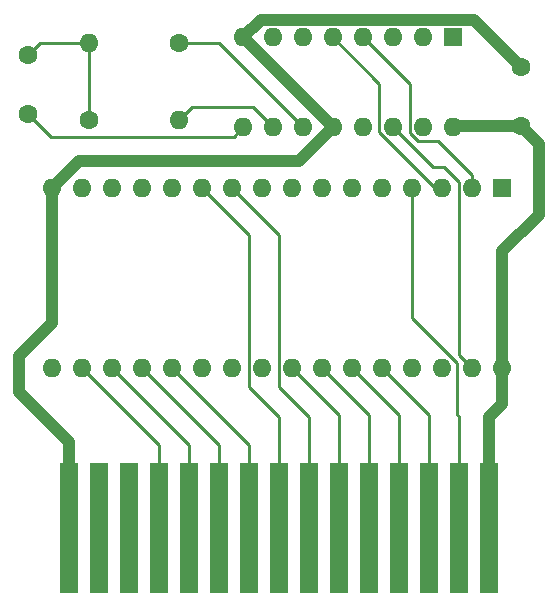
<source format=gbr>
%TF.GenerationSoftware,KiCad,Pcbnew,8.0.6*%
%TF.CreationDate,2025-01-07T17:27:52+02:00*%
%TF.ProjectId,SVI-328-MegaROM,5356492d-3332-4382-9d4d-656761524f4d,1.0*%
%TF.SameCoordinates,Original*%
%TF.FileFunction,Copper,L1,Top*%
%TF.FilePolarity,Positive*%
%FSLAX46Y46*%
G04 Gerber Fmt 4.6, Leading zero omitted, Abs format (unit mm)*
G04 Created by KiCad (PCBNEW 8.0.6) date 2025-01-07 17:27:52*
%MOMM*%
%LPD*%
G01*
G04 APERTURE LIST*
%TA.AperFunction,ComponentPad*%
%ADD10O,1.600000X1.600000*%
%TD*%
%TA.AperFunction,ComponentPad*%
%ADD11C,1.600000*%
%TD*%
%TA.AperFunction,ComponentPad*%
%ADD12R,1.600000X1.600000*%
%TD*%
%TA.AperFunction,ConnectorPad*%
%ADD13R,1.500000X11.000000*%
%TD*%
%TA.AperFunction,Conductor*%
%ADD14C,1.000000*%
%TD*%
%TA.AperFunction,Conductor*%
%ADD15C,0.250000*%
%TD*%
G04 APERTURE END LIST*
D10*
%TO.P,R2,2*%
%TO.N,Net-(C2-Pad1)*%
X117880000Y-115000000D03*
D11*
%TO.P,R2,1*%
%TO.N,Net-(U2-~{\u03A61})*%
X125500000Y-115000000D03*
%TD*%
%TO.P,R1,1*%
%TO.N,Net-(C2-Pad1)*%
X117880000Y-121500000D03*
D10*
%TO.P,R1,2*%
%TO.N,Net-(U2-\u03A60)*%
X125500000Y-121500000D03*
%TD*%
D12*
%TO.P,U2,1,Q12*%
%TO.N,unconnected-(U2-Q12-Pad1)*%
X148740000Y-114500000D03*
D10*
%TO.P,U2,2,Q13*%
%TO.N,unconnected-(U2-Q13-Pad2)*%
X146200000Y-114500000D03*
%TO.P,U2,3,Q14*%
%TO.N,unconnected-(U2-Q14-Pad3)*%
X143660000Y-114500000D03*
%TO.P,U2,4,Q6*%
%TO.N,Net-(U1-A16)*%
X141120000Y-114500000D03*
%TO.P,U2,5,Q5*%
%TO.N,Net-(U1-A15)*%
X138580000Y-114500000D03*
%TO.P,U2,6,Q7*%
%TO.N,Net-(U1-A17)*%
X136040000Y-114500000D03*
%TO.P,U2,7,Q4*%
%TO.N,Net-(U1-A14)*%
X133500000Y-114500000D03*
%TO.P,U2,8,VSS*%
%TO.N,GND*%
X130960000Y-114500000D03*
%TO.P,U2,9,~{\u03A60}*%
%TO.N,Net-(U2-~{\u03A60})*%
X130960000Y-122120000D03*
%TO.P,U2,10,\u03A60*%
%TO.N,Net-(U2-\u03A60)*%
X133500000Y-122120000D03*
%TO.P,U2,11,~{\u03A61}*%
%TO.N,Net-(U2-~{\u03A61})*%
X136040000Y-122120000D03*
%TO.P,U2,12,CLR*%
%TO.N,GND*%
X138580000Y-122120000D03*
%TO.P,U2,13,Q9*%
%TO.N,Net-(U1-A19)*%
X141120000Y-122120000D03*
%TO.P,U2,14,Q8*%
%TO.N,Net-(U1-A18)*%
X143660000Y-122120000D03*
%TO.P,U2,15,Q10*%
%TO.N,unconnected-(U2-Q10-Pad15)*%
X146200000Y-122120000D03*
%TO.P,U2,16,VDD*%
%TO.N,VCC*%
X148740000Y-122120000D03*
%TD*%
D12*
%TO.P,U1,1,A19*%
%TO.N,Net-(U1-A19)*%
X152900000Y-127260000D03*
D10*
%TO.P,U1,2,A16*%
%TO.N,Net-(U1-A16)*%
X150360000Y-127260000D03*
%TO.P,U1,3,A15*%
%TO.N,Net-(U1-A15)*%
X147820000Y-127260000D03*
%TO.P,U1,4,A12*%
%TO.N,A12*%
X145280000Y-127260000D03*
%TO.P,U1,5,A7*%
%TO.N,A7*%
X142740000Y-127260000D03*
%TO.P,U1,6,A6*%
%TO.N,A6*%
X140200000Y-127260000D03*
%TO.P,U1,7,A5*%
%TO.N,A5*%
X137660000Y-127260000D03*
%TO.P,U1,8,A4*%
%TO.N,A4*%
X135120000Y-127260000D03*
%TO.P,U1,9,A3*%
%TO.N,A3*%
X132580000Y-127260000D03*
%TO.P,U1,10,A2*%
%TO.N,A2*%
X130040000Y-127260000D03*
%TO.P,U1,11,A1*%
%TO.N,A1*%
X127500000Y-127260000D03*
%TO.P,U1,12,A0*%
%TO.N,A0*%
X124960000Y-127260000D03*
%TO.P,U1,13,D0*%
%TO.N,D0*%
X122420000Y-127260000D03*
%TO.P,U1,14,D1*%
%TO.N,D1*%
X119880000Y-127260000D03*
%TO.P,U1,15,D2*%
%TO.N,D2*%
X117340000Y-127260000D03*
%TO.P,U1,16,GND*%
%TO.N,GND*%
X114800000Y-127260000D03*
%TO.P,U1,17,D3*%
%TO.N,D3*%
X114800000Y-142500000D03*
%TO.P,U1,18,D4*%
%TO.N,D4*%
X117340000Y-142500000D03*
%TO.P,U1,19,D5*%
%TO.N,D5*%
X119880000Y-142500000D03*
%TO.P,U1,20,D6*%
%TO.N,D6*%
X122420000Y-142500000D03*
%TO.P,U1,21,D7*%
%TO.N,D7*%
X124960000Y-142500000D03*
%TO.P,U1,22,~{CE}*%
%TO.N,{slash}CCS1*%
X127500000Y-142500000D03*
%TO.P,U1,23,A10*%
%TO.N,A10*%
X130040000Y-142500000D03*
%TO.P,U1,24,~{OE}*%
%TO.N,{slash}CCS1*%
X132580000Y-142500000D03*
%TO.P,U1,25,A11*%
%TO.N,A11*%
X135120000Y-142500000D03*
%TO.P,U1,26,A9*%
%TO.N,A9*%
X137660000Y-142500000D03*
%TO.P,U1,27,A8*%
%TO.N,A8*%
X140200000Y-142500000D03*
%TO.P,U1,28,A13*%
%TO.N,A13*%
X142740000Y-142500000D03*
%TO.P,U1,29,A14*%
%TO.N,Net-(U1-A14)*%
X145280000Y-142500000D03*
%TO.P,U1,30,A17*%
%TO.N,Net-(U1-A17)*%
X147820000Y-142500000D03*
%TO.P,U1,31,A18*%
%TO.N,Net-(U1-A18)*%
X150360000Y-142500000D03*
%TO.P,U1,32,VCC*%
%TO.N,VCC*%
X152900000Y-142500000D03*
%TD*%
D11*
%TO.P,C2,2*%
%TO.N,Net-(U2-~{\u03A60})*%
X112740000Y-121000000D03*
%TO.P,C2,1*%
%TO.N,Net-(C2-Pad1)*%
X112740000Y-116000000D03*
%TD*%
D13*
%TO.P,J1,2,Pin_2*%
%TO.N,VCC*%
X151808691Y-156000414D03*
%TO.P,J1,4,Pin_4*%
%TO.N,A12*%
X149268691Y-156000414D03*
%TO.P,J1,6,Pin_6*%
%TO.N,A13*%
X146728691Y-156000414D03*
%TO.P,J1,8,Pin_8*%
%TO.N,A8*%
X144188691Y-156000414D03*
%TO.P,J1,10,Pin_10*%
%TO.N,A9*%
X141648691Y-156000414D03*
%TO.P,J1,12,Pin_12*%
%TO.N,A11*%
X139108691Y-156000414D03*
%TO.P,J1,14,Pin_14*%
%TO.N,A2*%
X136568691Y-156000414D03*
%TO.P,J1,16,Pin_16*%
%TO.N,A1*%
X134028691Y-156000414D03*
%TO.P,J1,18,Pin_18*%
%TO.N,D7*%
X131488691Y-156000414D03*
%TO.P,J1,20,Pin_20*%
%TO.N,D6*%
X128948691Y-156000414D03*
%TO.P,J1,22,Pin_22*%
%TO.N,D5*%
X126408691Y-156000414D03*
%TO.P,J1,24,Pin_24*%
%TO.N,D4*%
X123868691Y-156000414D03*
%TO.P,J1,26,Pin_26*%
%TO.N,unconnected-(J1-Pin_26-Pad26)*%
X121328691Y-156000414D03*
%TO.P,J1,28,Pin_28*%
%TO.N,unconnected-(J1-Pin_28-Pad28)*%
X118788691Y-156000414D03*
%TO.P,J1,30,Pin_30*%
%TO.N,GND*%
X116248691Y-156000414D03*
%TD*%
D11*
%TO.P,C1,1*%
%TO.N,VCC*%
X154500000Y-122000000D03*
%TO.P,C1,2*%
%TO.N,GND*%
X154500000Y-117000000D03*
%TD*%
D14*
%TO.N,GND*%
X154500000Y-117000000D02*
X150500000Y-113000000D01*
X150500000Y-113000000D02*
X132460000Y-113000000D01*
X132460000Y-113000000D02*
X130960000Y-114500000D01*
X138580000Y-122120000D02*
X130960000Y-114500000D01*
X138580000Y-122120000D02*
X135700000Y-125000000D01*
X135700000Y-125000000D02*
X117060000Y-125000000D01*
X117060000Y-125000000D02*
X114800000Y-127260000D01*
X112000000Y-141500000D02*
X112000000Y-144500000D01*
X116248691Y-148748691D02*
X116248691Y-156000414D01*
X114800000Y-127260000D02*
X114800000Y-138700000D01*
X112000000Y-144500000D02*
X116248691Y-148748691D01*
X114800000Y-138700000D02*
X112000000Y-141500000D01*
D15*
%TO.N,D7*%
X131488691Y-156000414D02*
X131488691Y-149028691D01*
X131488691Y-149028691D02*
X124960000Y-142500000D01*
%TO.N,D6*%
X128948691Y-156000414D02*
X128948691Y-149028691D01*
X128948691Y-149028691D02*
X122420000Y-142500000D01*
%TO.N,D5*%
X126408691Y-156000414D02*
X126408691Y-149028691D01*
X126408691Y-149028691D02*
X119880000Y-142500000D01*
%TO.N,D4*%
X123868691Y-149000000D02*
X123840000Y-149000000D01*
X123840000Y-149000000D02*
X117340000Y-142500000D01*
X123868691Y-156000414D02*
X123868691Y-149000000D01*
%TO.N,A1*%
X134028691Y-146635133D02*
X131455000Y-144061442D01*
X131455000Y-144061442D02*
X131455000Y-131215000D01*
X131455000Y-131215000D02*
X127500000Y-127260000D01*
%TO.N,A2*%
X136568691Y-146635133D02*
X133995000Y-144061442D01*
X133995000Y-131215000D02*
X130040000Y-127260000D01*
X133995000Y-144061442D02*
X133995000Y-131215000D01*
%TO.N,A11*%
X139108691Y-156000414D02*
X139108691Y-146488691D01*
X139108691Y-146488691D02*
X135120000Y-142500000D01*
%TO.N,A9*%
X141648691Y-156000414D02*
X141648691Y-146488691D01*
X141648691Y-146488691D02*
X137660000Y-142500000D01*
%TO.N,A8*%
X144188691Y-156000414D02*
X144188691Y-146488691D01*
X144188691Y-146488691D02*
X140200000Y-142500000D01*
%TO.N,A13*%
X146728691Y-156000414D02*
X146728691Y-146488691D01*
X146728691Y-146488691D02*
X142740000Y-142500000D01*
%TO.N,A12*%
X149268691Y-146635133D02*
X149048604Y-146415046D01*
X149048604Y-146415046D02*
X149048604Y-142048604D01*
X149048604Y-142048604D02*
X145280000Y-138280000D01*
X145280000Y-138280000D02*
X145280000Y-127260000D01*
%TO.N,Net-(U1-A16)*%
X150360000Y-127260000D02*
X150360000Y-126128630D01*
X145734009Y-123245000D02*
X145075000Y-122585991D01*
X150360000Y-126128630D02*
X147476370Y-123245000D01*
X147476370Y-123245000D02*
X145734009Y-123245000D01*
%TO.N,Net-(U1-A18)*%
X149235000Y-126735000D02*
X148000000Y-125500000D01*
X149235000Y-141375000D02*
X149235000Y-126735000D01*
X150360000Y-142500000D02*
X149235000Y-141375000D01*
X148000000Y-125500000D02*
X147000000Y-125500000D01*
X147000000Y-125500000D02*
X147000000Y-125460000D01*
X147000000Y-125460000D02*
X143660000Y-122120000D01*
%TO.N,Net-(U1-A15)*%
X147820000Y-127260000D02*
X147209009Y-127260000D01*
X147209009Y-127260000D02*
X142500000Y-122550991D01*
X142500000Y-122550991D02*
X142500000Y-118420000D01*
X142500000Y-118420000D02*
X138580000Y-114500000D01*
%TO.N,Net-(U1-A16)*%
X150360000Y-127260000D02*
X149749009Y-127260000D01*
X145075000Y-122585991D02*
X145075000Y-118455000D01*
X145075000Y-118455000D02*
X141120000Y-114500000D01*
%TO.N,Net-(C2-Pad1)*%
X117880000Y-115000000D02*
X117880000Y-121500000D01*
%TO.N,Net-(U2-~{\u03A61})*%
X136040000Y-122120000D02*
X128920000Y-115000000D01*
X128920000Y-115000000D02*
X125500000Y-115000000D01*
%TO.N,Net-(U2-\u03A60)*%
X133500000Y-122120000D02*
X131755000Y-120375000D01*
X131755000Y-120375000D02*
X126625000Y-120375000D01*
X126625000Y-120375000D02*
X125500000Y-121500000D01*
%TO.N,Net-(C2-Pad1)*%
X117880000Y-115000000D02*
X113740000Y-115000000D01*
X113740000Y-115000000D02*
X112740000Y-116000000D01*
%TO.N,Net-(U2-~{\u03A60})*%
X130960000Y-122120000D02*
X130160001Y-122919999D01*
X130160001Y-122919999D02*
X114659999Y-122919999D01*
X114659999Y-122919999D02*
X112740000Y-121000000D01*
D14*
%TO.N,VCC*%
X154500000Y-122000000D02*
X148860000Y-122000000D01*
X148860000Y-122000000D02*
X148740000Y-122120000D01*
X154500000Y-122000000D02*
X156000000Y-123500000D01*
X156000000Y-123500000D02*
X156000000Y-129500000D01*
X152900000Y-142500000D02*
X152900000Y-132600000D01*
X152900000Y-132600000D02*
X156000000Y-129500000D01*
X151808691Y-146635133D02*
X152900000Y-145543824D01*
X152900000Y-145543824D02*
X152900000Y-142500000D01*
X151808691Y-156000414D02*
X151808691Y-146635133D01*
D15*
%TO.N,A1*%
X134028691Y-156000414D02*
X134028691Y-146635133D01*
%TO.N,A2*%
X136568691Y-156000414D02*
X136568691Y-146635133D01*
%TO.N,A12*%
X149268691Y-156000414D02*
X149268691Y-146635133D01*
%TD*%
M02*

</source>
